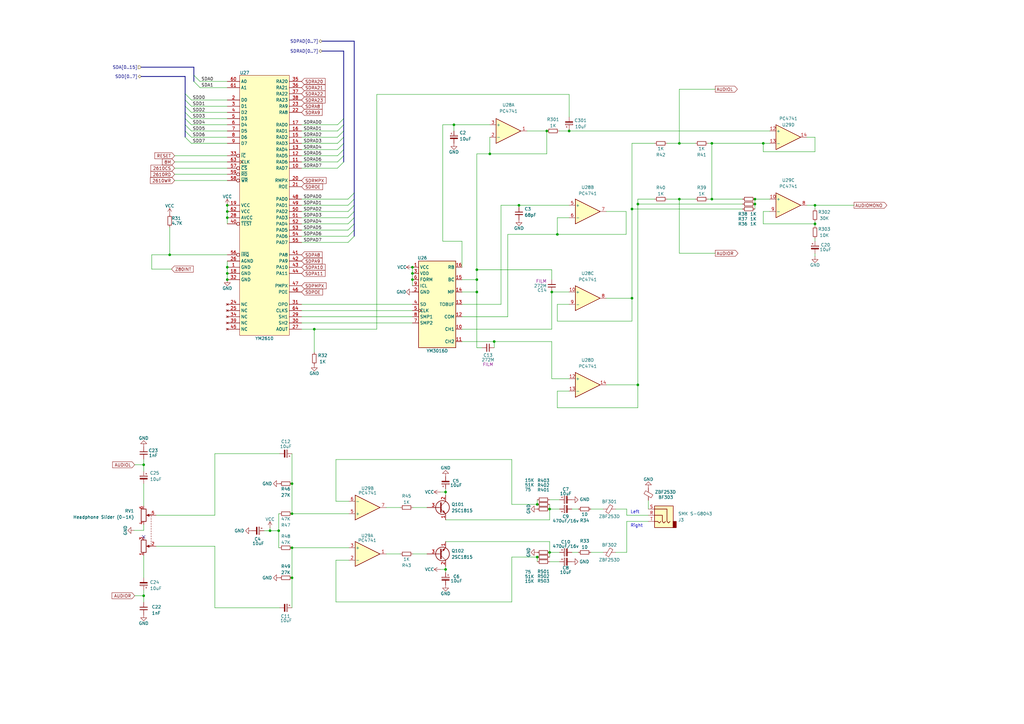
<source format=kicad_sch>
(kicad_sch (version 20230121) (generator eeschema)
  (paper "A3")
  (title_block (title "NeoGeo AES 3-5") (date "2024-01-06") (rev "BF1.4") (company "SNK") (comment 3 "https://github.com/Board-Folk") (comment 4 "Recreated By The Board Folk Team"))
  (junction (at 128.905 135.001))
  (junction (at 119.761 198.374))
  (junction (at 93.218 114.681))
  (junction (at 334.264 84.201))
  (junction (at 278.638 58.801))
  (junction (at 313.055 58.801))
  (junction (at 261.62 83.693))
  (junction (at 169.164 112.141))
  (junction (at 220.345 228.473))
  (junction (at 226.314 119.761))
  (junction (at 225.425 208.788))
  (junction (at 93.218 84.201))
  (junction (at 110.744 217.678))
  (junction (at 195.58 119.761))
  (junction (at 195.58 114.681))
  (junction (at 212.852 84.201))
  (junction (at 200.914 63.119))
  (junction (at 93.218 89.281))
  (junction (at 69.596 104.521))
  (junction (at 119.761 210.693))
  (junction (at 93.218 112.141))
  (junction (at 182.753 201.803))
  (junction (at 202.692 140.081))
  (junction (at 259.207 122.301))
  (junction (at 309.626 83.693))
  (junction (at 58.928 190.627))
  (junction (at 93.218 109.601))
  (junction (at 169.164 109.601))
  (junction (at 114.3 217.678))
  (junction (at 93.218 86.741))
  (junction (at 334.264 91.821))
  (junction (at 261.62 157.861))
  (junction (at 220.345 206.883))
  (junction (at 259.207 85.725))
  (junction (at 225.425 226.568))
  (junction (at 186.182 51.181))
  (junction (at 233.426 53.721))
  (junction (at 291.973 81.661))
  (junction (at 195.58 110.617))
  (junction (at 224.282 53.721))
  (junction (at 278.638 81.661))
  (junction (at 58.928 244.348))
  (junction (at 228.6 96.139))
  (junction (at 291.973 58.801))
  (junction (at 309.626 81.661))
  (junction (at 182.753 233.553))
  (junction (at 169.164 114.681))
  (junction (at 119.761 236.982))
  (junction (at 119.761 224.663))
  (no_connect (at 58.928 220.218))
  (bus_entry (at 140.97 53.721) (size -2.54 2.54))
  (bus_entry (at 140.97 63.881) (size -2.54 2.54))
  (bus_entry (at 145.288 81.661) (size -2.54 2.54))
  (bus_entry (at 145.288 89.281) (size -2.54 2.54))
  (bus_entry (at 75.946 41.021) (size 2.54 2.54))
  (bus_entry (at 79.502 30.861) (size 2.54 2.54))
  (bus_entry (at 75.946 46.101) (size 2.54 2.54))
  (bus_entry (at 75.946 53.721) (size 2.54 2.54))
  (bus_entry (at 75.946 38.481) (size 2.54 2.54))
  (bus_entry (at 140.97 61.341) (size -2.54 2.54))
  (bus_entry (at 75.946 56.261) (size 2.54 2.54))
  (bus_entry (at 79.502 33.401) (size 2.54 2.54))
  (bus_entry (at 140.97 66.421) (size -2.54 2.54))
  (bus_entry (at 145.288 91.821) (size -2.54 2.54))
  (bus_entry (at 145.288 84.201) (size -2.54 2.54))
  (bus_entry (at 140.97 58.801) (size -2.54 2.54))
  (bus_entry (at 75.946 51.181) (size 2.54 2.54))
  (bus_entry (at 75.946 48.641) (size 2.54 2.54))
  (bus_entry (at 140.97 56.261) (size -2.54 2.54))
  (bus_entry (at 145.288 94.361) (size -2.54 2.54))
  (bus_entry (at 145.288 79.121) (size -2.54 2.54))
  (bus_entry (at 140.97 51.181) (size -2.54 2.54))
  (bus_entry (at 145.288 86.741) (size -2.54 2.54))
  (bus_entry (at 140.97 48.641) (size -2.54 2.54))
  (bus_entry (at 75.946 43.561) (size 2.54 2.54))
  (bus_entry (at 145.288 96.901) (size -2.54 2.54))
  (wire (pts (xy 158.369 227.203) (xy 164.211 227.203)))
  (wire (pts (xy 212.852 84.201) (xy 205.486 84.201)))
  (wire (pts (xy 78.486 41.021) (xy 93.218 41.021)))
  (bus (pts (xy 140.97 61.341) (xy 140.97 58.801)))
  (bus (pts (xy 140.97 66.421) (xy 140.97 63.881)))
  (wire (pts (xy 154.559 38.735) (xy 233.426 38.735)))
  (wire (pts (xy 93.218 104.521) (xy 69.596 104.521)))
  (wire (pts (xy 137.795 188.468) (xy 209.931 188.468)))
  (wire (pts (xy 71.628 74.041) (xy 93.218 74.041)))
  (wire (pts (xy 189.484 135.001) (xy 226.314 135.001)))
  (wire (pts (xy 234.569 226.568) (xy 237.236 226.568)))
  (wire (pts (xy 78.486 56.261) (xy 93.218 56.261)))
  (wire (pts (xy 119.761 224.663) (xy 143.129 224.663)))
  (wire (pts (xy 220.345 230.378) (xy 220.345 228.473)))
  (wire (pts (xy 212.852 84.201) (xy 212.852 84.963)))
  (wire (pts (xy 208.28 96.139) (xy 208.28 129.921)))
  (bus (pts (xy 79.502 30.861) (xy 79.502 27.559)))
  (wire (pts (xy 278.638 81.661) (xy 285.242 81.661)))
  (wire (pts (xy 119.761 186.055) (xy 119.761 198.374)))
  (wire (pts (xy 291.973 81.661) (xy 291.973 58.801)))
  (bus (pts (xy 145.288 86.741) (xy 145.288 84.201)))
  (wire (pts (xy 55.245 244.348) (xy 58.928 244.348)))
  (wire (pts (xy 182.753 233.553) (xy 182.753 234.823)))
  (wire (pts (xy 82.042 35.941) (xy 93.218 35.941)))
  (wire (pts (xy 189.484 140.081) (xy 202.692 140.081)))
  (wire (pts (xy 334.264 56.261) (xy 334.264 62.23)))
  (wire (pts (xy 257.048 208.788) (xy 257.048 211.328)))
  (wire (pts (xy 256.794 96.139) (xy 256.794 86.741)))
  (wire (pts (xy 334.264 62.23) (xy 313.055 62.23)))
  (wire (pts (xy 93.218 84.201) (xy 93.218 86.741)))
  (wire (pts (xy 273.558 58.801) (xy 278.638 58.801)))
  (wire (pts (xy 119.761 224.663) (xy 119.761 236.982)))
  (wire (pts (xy 189.484 114.681) (xy 195.58 114.681)))
  (wire (pts (xy 114.681 249.301) (xy 88.138 249.301)))
  (wire (pts (xy 330.962 84.201) (xy 334.264 84.201)))
  (wire (pts (xy 138.43 53.721) (xy 123.698 53.721)))
  (wire (pts (xy 58.928 190.627) (xy 58.928 193.294)))
  (wire (pts (xy 259.207 131.699) (xy 259.207 122.301)))
  (wire (pts (xy 265.938 205.232) (xy 265.938 208.788)))
  (wire (pts (xy 71.628 63.881) (xy 93.218 63.881)))
  (wire (pts (xy 228.6 124.841) (xy 228.6 131.699)))
  (wire (pts (xy 93.218 107.061) (xy 93.218 109.601)))
  (wire (pts (xy 88.138 211.328) (xy 64.008 211.328)))
  (wire (pts (xy 123.698 129.921) (xy 169.164 129.921)))
  (wire (pts (xy 110.744 217.678) (xy 114.3 217.678)))
  (wire (pts (xy 169.291 227.203) (xy 175.133 227.203)))
  (wire (pts (xy 123.698 124.841) (xy 169.164 124.841)))
  (bus (pts (xy 140.97 58.801) (xy 140.97 56.261)))
  (wire (pts (xy 114.681 186.055) (xy 88.138 186.055)))
  (wire (pts (xy 78.486 53.721) (xy 93.218 53.721)))
  (bus (pts (xy 79.502 33.401) (xy 79.502 30.861)))
  (wire (pts (xy 226.314 155.321) (xy 233.426 155.321)))
  (wire (pts (xy 78.486 51.181) (xy 93.218 51.181)))
  (wire (pts (xy 228.6 96.139) (xy 208.28 96.139)))
  (wire (pts (xy 88.138 186.055) (xy 88.138 211.328)))
  (wire (pts (xy 195.58 142.621) (xy 195.58 119.761)))
  (wire (pts (xy 119.761 236.982) (xy 119.761 249.301)))
  (wire (pts (xy 78.486 46.101) (xy 93.218 46.101)))
  (bus (pts (xy 140.97 48.641) (xy 140.97 20.955)))
  (wire (pts (xy 128.905 135.001) (xy 128.905 144.526)))
  (wire (pts (xy 78.486 43.561) (xy 93.218 43.561)))
  (wire (pts (xy 278.638 58.801) (xy 278.638 36.576)))
  (bus (pts (xy 75.946 51.181) (xy 75.946 48.641)))
  (wire (pts (xy 315.722 86.741) (xy 313.055 86.741)))
  (wire (pts (xy 182.753 201.803) (xy 182.753 203.073)))
  (wire (pts (xy 58.928 188.341) (xy 58.928 190.627)))
  (wire (pts (xy 309.626 85.725) (xy 309.626 83.693)))
  (wire (pts (xy 182.753 232.283) (xy 182.753 233.553)))
  (wire (pts (xy 123.698 99.441) (xy 142.748 99.441)))
  (wire (pts (xy 182.753 200.533) (xy 182.753 201.803)))
  (wire (pts (xy 334.264 84.201) (xy 350.266 84.201)))
  (wire (pts (xy 137.795 205.613) (xy 137.795 188.468)))
  (bus (pts (xy 75.946 48.641) (xy 75.946 46.101)))
  (wire (pts (xy 304.546 83.693) (xy 261.62 83.693)))
  (bus (pts (xy 145.288 89.281) (xy 145.288 86.741)))
  (wire (pts (xy 225.425 228.473) (xy 225.425 226.568)))
  (wire (pts (xy 248.666 157.861) (xy 261.62 157.861)))
  (wire (pts (xy 143.129 229.743) (xy 137.795 229.743)))
  (wire (pts (xy 138.43 58.801) (xy 123.698 58.801)))
  (wire (pts (xy 88.138 224.028) (xy 64.008 224.028)))
  (wire (pts (xy 119.761 198.374) (xy 119.761 210.693)))
  (wire (pts (xy 309.626 81.661) (xy 315.722 81.661)))
  (wire (pts (xy 71.628 66.421) (xy 93.218 66.421)))
  (wire (pts (xy 334.264 90.805) (xy 334.264 91.821)))
  (wire (pts (xy 220.345 204.978) (xy 220.345 206.883)))
  (wire (pts (xy 181.61 98.933) (xy 181.61 51.181)))
  (wire (pts (xy 54.991 217.551) (xy 58.928 217.551)))
  (wire (pts (xy 195.58 114.681) (xy 195.58 110.617)))
  (wire (pts (xy 233.426 53.086) (xy 233.426 53.721)))
  (wire (pts (xy 71.628 71.501) (xy 93.218 71.501)))
  (wire (pts (xy 334.264 84.201) (xy 334.264 85.725)))
  (wire (pts (xy 334.264 104.013) (xy 334.264 105.156)))
  (wire (pts (xy 225.425 230.378) (xy 229.489 230.378)))
  (wire (pts (xy 114.681 210.693) (xy 114.3 210.693)))
  (wire (pts (xy 226.314 110.617) (xy 226.314 114.681)))
  (wire (pts (xy 209.931 228.473) (xy 220.345 228.473)))
  (wire (pts (xy 88.138 249.301) (xy 88.138 224.028)))
  (wire (pts (xy 123.698 86.741) (xy 142.748 86.741)))
  (wire (pts (xy 278.638 36.576) (xy 293.37 36.576)))
  (wire (pts (xy 224.282 53.721) (xy 216.154 53.721)))
  (wire (pts (xy 224.282 63.119) (xy 224.282 53.721)))
  (wire (pts (xy 114.3 217.678) (xy 114.3 224.663)))
  (wire (pts (xy 261.62 157.861) (xy 261.62 83.693)))
  (wire (pts (xy 110.744 216.535) (xy 110.744 217.678)))
  (wire (pts (xy 205.486 84.201) (xy 205.486 124.841)))
  (wire (pts (xy 248.666 122.301) (xy 259.207 122.301)))
  (wire (pts (xy 278.638 103.886) (xy 293.37 103.886)))
  (wire (pts (xy 69.596 104.521) (xy 62.23 104.521)))
  (wire (pts (xy 261.62 167.259) (xy 261.62 157.861)))
  (wire (pts (xy 209.931 188.468) (xy 209.931 206.883)))
  (wire (pts (xy 225.425 204.978) (xy 229.489 204.978)))
  (bus (pts (xy 75.946 38.481) (xy 75.946 31.369)))
  (wire (pts (xy 202.692 140.081) (xy 226.314 140.081)))
  (wire (pts (xy 233.426 160.401) (xy 228.6 160.401)))
  (wire (pts (xy 257.048 211.328) (xy 265.938 211.328)))
  (wire (pts (xy 290.322 58.801) (xy 291.973 58.801)))
  (wire (pts (xy 119.761 210.693) (xy 143.129 210.693)))
  (bus (pts (xy 57.912 31.369) (xy 75.946 31.369)))
  (wire (pts (xy 233.426 53.721) (xy 315.722 53.721)))
  (wire (pts (xy 334.264 91.821) (xy 334.264 92.71)))
  (wire (pts (xy 182.753 213.233) (xy 225.425 213.233)))
  (wire (pts (xy 330.962 56.261) (xy 334.264 56.261)))
  (wire (pts (xy 195.58 119.761) (xy 195.58 114.681)))
  (wire (pts (xy 233.426 84.201) (xy 212.852 84.201)))
  (wire (pts (xy 208.28 129.921) (xy 189.484 129.921)))
  (wire (pts (xy 228.6 89.281) (xy 228.6 96.139)))
  (wire (pts (xy 291.973 58.801) (xy 313.055 58.801)))
  (wire (pts (xy 242.316 208.788) (xy 247.396 208.788)))
  (wire (pts (xy 233.426 89.281) (xy 228.6 89.281)))
  (wire (pts (xy 313.055 91.821) (xy 334.264 91.821)))
  (wire (pts (xy 114.3 224.663) (xy 114.681 224.663)))
  (bus (pts (xy 75.946 41.021) (xy 75.946 38.481)))
  (wire (pts (xy 315.722 58.801) (xy 313.055 58.801)))
  (bus (pts (xy 140.97 48.641) (xy 140.97 51.181)))
  (wire (pts (xy 200.914 63.119) (xy 224.282 63.119)))
  (wire (pts (xy 180.594 201.803) (xy 182.753 201.803)))
  (wire (pts (xy 195.58 110.617) (xy 195.58 63.119)))
  (bus (pts (xy 140.97 56.261) (xy 140.97 53.721)))
  (wire (pts (xy 69.596 93.091) (xy 69.596 104.521)))
  (wire (pts (xy 234.569 208.788) (xy 237.236 208.788)))
  (wire (pts (xy 290.322 81.661) (xy 291.973 81.661)))
  (wire (pts (xy 195.58 63.119) (xy 200.914 63.119)))
  (wire (pts (xy 291.973 81.661) (xy 304.546 81.661)))
  (wire (pts (xy 229.362 53.721) (xy 233.426 53.721)))
  (wire (pts (xy 228.6 96.139) (xy 256.794 96.139)))
  (wire (pts (xy 225.425 208.788) (xy 229.489 208.788)))
  (bus (pts (xy 145.288 79.121) (xy 145.288 16.891)))
  (wire (pts (xy 93.218 109.601) (xy 93.218 112.141)))
  (wire (pts (xy 123.698 94.361) (xy 142.748 94.361)))
  (wire (pts (xy 55.245 190.627) (xy 58.928 190.627)))
  (bus (pts (xy 145.288 94.361) (xy 145.288 91.821)))
  (wire (pts (xy 252.476 208.788) (xy 257.048 208.788)))
  (wire (pts (xy 71.628 68.961) (xy 93.218 68.961)))
  (bus (pts (xy 145.288 91.821) (xy 145.288 89.281)))
  (wire (pts (xy 123.698 91.821) (xy 142.748 91.821)))
  (wire (pts (xy 169.164 109.601) (xy 169.164 112.141)))
  (bus (pts (xy 75.946 43.561) (xy 75.946 41.021)))
  (wire (pts (xy 259.207 85.725) (xy 304.546 85.725)))
  (wire (pts (xy 128.905 135.001) (xy 154.559 135.001)))
  (wire (pts (xy 138.43 63.881) (xy 123.698 63.881)))
  (wire (pts (xy 182.753 222.123) (xy 225.425 222.123)))
  (wire (pts (xy 78.486 58.801) (xy 93.218 58.801)))
  (wire (pts (xy 197.612 142.621) (xy 195.58 142.621)))
  (wire (pts (xy 226.314 140.081) (xy 226.314 155.321)))
  (wire (pts (xy 58.928 198.374) (xy 58.928 207.518)))
  (wire (pts (xy 257.048 213.868) (xy 265.938 213.868)))
  (wire (pts (xy 62.23 104.521) (xy 62.23 110.363)))
  (wire (pts (xy 158.369 208.153) (xy 164.211 208.153)))
  (wire (pts (xy 180.594 233.553) (xy 182.753 233.553)))
  (wire (pts (xy 334.264 97.79) (xy 334.264 98.933)))
  (bus (pts (xy 132.08 20.955) (xy 140.97 20.955)))
  (wire (pts (xy 242.316 226.568) (xy 247.396 226.568)))
  (wire (pts (xy 228.6 160.401) (xy 228.6 167.259)))
  (wire (pts (xy 225.425 206.883) (xy 225.425 208.788)))
  (wire (pts (xy 228.6 131.699) (xy 259.207 131.699)))
  (wire (pts (xy 256.794 86.741) (xy 248.666 86.741)))
  (wire (pts (xy 261.62 83.693) (xy 261.62 81.661)))
  (wire (pts (xy 209.931 206.883) (xy 220.345 206.883)))
  (wire (pts (xy 225.425 226.568) (xy 229.489 226.568)))
  (wire (pts (xy 186.182 51.181) (xy 200.914 51.181)))
  (bus (pts (xy 57.912 27.559) (xy 79.502 27.559)))
  (wire (pts (xy 186.182 51.181) (xy 186.182 53.721)))
  (wire (pts (xy 123.698 132.461) (xy 169.164 132.461)))
  (wire (pts (xy 169.164 112.141) (xy 169.164 114.681)))
  (wire (pts (xy 226.314 119.761) (xy 233.426 119.761)))
  (wire (pts (xy 181.61 51.181) (xy 186.182 51.181)))
  (bus (pts (xy 145.288 96.901) (xy 145.288 94.361)))
  (wire (pts (xy 228.6 167.259) (xy 261.62 167.259)))
  (wire (pts (xy 123.698 96.901) (xy 142.748 96.901)))
  (wire (pts (xy 278.638 81.661) (xy 278.638 103.886)))
  (wire (pts (xy 259.207 85.725) (xy 259.207 122.301)))
  (wire (pts (xy 233.426 38.735) (xy 233.426 48.006)))
  (bus (pts (xy 75.946 46.101) (xy 75.946 43.561)))
  (wire (pts (xy 252.476 226.568) (xy 257.048 226.568)))
  (bus (pts (xy 145.288 84.201) (xy 145.288 81.661)))
  (wire (pts (xy 202.692 140.081) (xy 202.692 142.621)))
  (bus (pts (xy 145.288 79.121) (xy 145.288 81.661)))
  (wire (pts (xy 259.207 58.801) (xy 268.478 58.801)))
  (wire (pts (xy 169.291 208.153) (xy 175.133 208.153)))
  (wire (pts (xy 93.218 89.281) (xy 93.218 91.821)))
  (wire (pts (xy 225.425 208.788) (xy 225.425 213.233)))
  (wire (pts (xy 233.426 124.841) (xy 228.6 124.841)))
  (wire (pts (xy 82.042 33.401) (xy 93.218 33.401)))
  (wire (pts (xy 226.314 110.617) (xy 195.58 110.617)))
  (wire (pts (xy 62.23 110.363) (xy 70.358 110.363)))
  (wire (pts (xy 200.914 56.261) (xy 200.914 63.119)))
  (wire (pts (xy 169.164 114.681) (xy 169.164 117.221)))
  (wire (pts (xy 114.3 210.693) (xy 114.3 217.678)))
  (wire (pts (xy 78.486 48.641) (xy 93.218 48.641)))
  (wire (pts (xy 209.931 246.888) (xy 209.931 228.473)))
  (wire (pts (xy 143.129 205.613) (xy 137.795 205.613)))
  (wire (pts (xy 313.055 86.741) (xy 313.055 91.821)))
  (wire (pts (xy 58.928 244.348) (xy 58.928 247.015)))
  (wire (pts (xy 138.43 51.181) (xy 123.698 51.181)))
  (wire (pts (xy 108.331 217.678) (xy 110.744 217.678)))
  (wire (pts (xy 226.314 135.001) (xy 226.314 119.761)))
  (wire (pts (xy 189.484 98.933) (xy 181.61 98.933)))
  (wire (pts (xy 154.559 135.001) (xy 154.559 38.735)))
  (wire (pts (xy 123.698 135.001) (xy 128.905 135.001)))
  (wire (pts (xy 189.484 119.761) (xy 195.58 119.761)))
  (wire (pts (xy 138.43 68.961) (xy 123.698 68.961)))
  (wire (pts (xy 309.626 83.693) (xy 309.626 81.661)))
  (wire (pts (xy 138.43 56.261) (xy 123.698 56.261)))
  (wire (pts (xy 138.43 66.421) (xy 123.698 66.421)))
  (wire (pts (xy 58.928 215.138) (xy 58.928 217.551)))
  (wire (pts (xy 93.218 86.741) (xy 93.218 89.281)))
  (wire (pts (xy 123.698 81.661) (xy 142.748 81.661)))
  (wire (pts (xy 273.558 81.661) (xy 278.638 81.661)))
  (bus (pts (xy 140.97 53.721) (xy 140.97 51.181)))
  (bus (pts (xy 140.97 63.881) (xy 140.97 61.341)))
  (wire (pts (xy 189.484 109.601) (xy 189.484 98.933)))
  (wire (pts (xy 313.055 62.23) (xy 313.055 58.801)))
  (bus (pts (xy 75.946 56.261) (xy 75.946 53.721)))
  (wire (pts (xy 278.638 58.801) (xy 285.242 58.801)))
  (wire (pts (xy 225.425 226.568) (xy 225.425 222.123)))
  (wire (pts (xy 58.928 242.062) (xy 58.928 244.348)))
  (wire (pts (xy 259.207 58.801) (xy 259.207 85.725)))
  (bus (pts (xy 75.946 53.721) (xy 75.946 51.181)))
  (wire (pts (xy 257.048 226.568) (xy 257.048 213.868)))
  (wire (pts (xy 123.698 127.381) (xy 169.164 127.381)))
  (wire (pts (xy 138.43 61.341) (xy 123.698 61.341)))
  (wire (pts (xy 137.795 246.888) (xy 209.931 246.888)))
  (wire (pts (xy 137.795 229.743) (xy 137.795 246.888)))
  (bus (pts (xy 132.08 16.891) (xy 145.288 16.891)))
  (wire (pts (xy 205.486 124.841) (xy 189.484 124.841)))
  (wire (pts (xy 123.698 89.281) (xy 142.748 89.281)))
  (wire (pts (xy 261.62 81.661) (xy 268.478 81.661)))
  (wire (pts (xy 58.928 227.838) (xy 58.928 236.982)))
  (wire (pts (xy 123.698 84.201) (xy 142.748 84.201)))
  (wire (pts (xy 93.218 112.141) (xy 93.218 114.681)))
  (text "Right" (at 258.572 216.408 0) (effects (font (size 1.27 1.27)) (justify left bottom)))
  (text "Left" (at 258.572 210.82 0) (effects (font (size 1.27 1.27)) (justify left bottom)))
  (label "SDPAD3" (at 124.46 89.281 0))
  (label "SDRAD6" (at 124.46 66.421 0))
  (label "SDRAD1" (at 124.46 53.721 0))
  (label "SDRAD4" (at 124.46 61.341 0))
  (label "SDRAD5" (at 124.46 63.881 0))
  (label "SDA1" (at 82.55 35.941 0))
  (label "SDRAD3" (at 124.46 58.801 0))
  (label "SDD0" (at 78.994 41.021 0))
  (label "SDPAD7" (at 124.46 99.441 0))
  (label "SDD3" (at 78.994 48.641 0))
  (label "SDPAD5" (at 124.46 94.361 0))
  (label "SDD2" (at 78.994 46.101 0))
  (label "SDA0" (at 82.55 33.401 0))
  (label "SDRAD2" (at 124.46 56.261 0))
  (label "SDRAD0" (at 124.46 51.181 0))
  (label "SDD7" (at 78.994 58.801 0))
  (label "SDPAD6" (at 124.46 96.901 0))
  (label "SDPAD4" (at 124.46 91.821 0))
  (label "SDD5" (at 78.994 53.721 0))
  (label "SDPAD2" (at 124.46 86.741 0))
  (label "SDRAD7" (at 124.46 68.961 0))
  (label "SDPAD1" (at 124.46 84.201 0))
  (label "SDD4" (at 78.994 51.181 0))
  (label "SDD1" (at 78.994 43.561 0))
  (label "SDD6" (at 78.994 56.261 0))
  (label "SDPAD0" (at 124.46 81.661 0))
  (global_label "SDPMPX" (shape input) (at 123.698 117.221 0) (property "Intersheetrefs" "${INTERSHEET_REFS}" (effects hide)))
  (global_label "RESET" (shape input) (at 71.628 63.881 180) (property "Intersheetrefs" "${INTERSHEET_REFS}" (effects hide)))
  (global_label "SDRA20" (shape input) (at 123.698 33.401 0) (property "Intersheetrefs" "${INTERSHEET_REFS}" (effects hide)))
  (global_label "SDPA11" (shape input) (at 123.698 112.141 0) (property "Intersheetrefs" "${INTERSHEET_REFS}" (effects hide)))
  (global_label "AUDIOR" (shape input) (at 55.245 244.348 180) (property "Intersheetrefs" "${INTERSHEET_REFS}" (effects hide)))
  (global_label "SDPA9" (shape input) (at 123.698 107.061 0) (property "Intersheetrefs" "${INTERSHEET_REFS}" (effects hide)))
  (global_label "AUDIOL" (shape output) (at 293.37 36.576 0) (property "Intersheetrefs" "${INTERSHEET_REFS}" (effects hide)))
  (global_label "2610RD" (shape input) (at 71.628 71.501 180) (property "Intersheetrefs" "${INTERSHEET_REFS}" (effects hide)))
  (global_label "AUDIOR" (shape output) (at 293.37 103.886 0) (property "Intersheetrefs" "${INTERSHEET_REFS}" (effects hide)))
  (global_label "SDRA23" (shape input) (at 123.698 41.021 0) (property "Intersheetrefs" "${INTERSHEET_REFS}" (effects hide)))
  (global_label "8M" (shape input) (at 71.628 66.421 180) (property "Intersheetrefs" "${INTERSHEET_REFS}" (effects hide)))
  (global_label "SDRMPX" (shape input) (at 123.698 74.041 0) (property "Intersheetrefs" "${INTERSHEET_REFS}" (effects hide)))
  (global_label "2610CS" (shape input) (at 71.628 68.961 180) (property "Intersheetrefs" "${INTERSHEET_REFS}" (effects hide)))
  (global_label "AUDIOMONO" (shape output) (at 350.266 84.201 0) (property "Intersheetrefs" "${INTERSHEET_REFS}" (effects hide)))
  (global_label "SDROE" (shape input) (at 123.698 76.581 0) (property "Intersheetrefs" "${INTERSHEET_REFS}" (effects hide)))
  (global_label "SDRA9" (shape input) (at 123.698 46.101 0) (property "Intersheetrefs" "${INTERSHEET_REFS}" (effects hide)))
  (global_label "SDRA21" (shape input) (at 123.698 35.941 0) (property "Intersheetrefs" "${INTERSHEET_REFS}" (effects hide)))
  (global_label "2610WR" (shape input) (at 71.628 74.041 180) (property "Intersheetrefs" "${INTERSHEET_REFS}" (effects hide)))
  (global_label "Z80INT" (shape input) (at 70.358 110.363 0) (property "Intersheetrefs" "${INTERSHEET_REFS}" (effects hide)))
  (global_label "SDRA8" (shape input) (at 123.698 43.561 0) (property "Intersheetrefs" "${INTERSHEET_REFS}" (effects hide)))
  (global_label "SDPA8" (shape input) (at 123.698 104.521 0) (property "Intersheetrefs" "${INTERSHEET_REFS}" (effects hide)))
  (global_label "SDPA10" (shape input) (at 123.698 109.601 0) (property "Intersheetrefs" "${INTERSHEET_REFS}" (effects hide)))
  (global_label "AUDIOL" (shape input) (at 55.245 190.627 180) (property "Intersheetrefs" "${INTERSHEET_REFS}" (effects hide)))
  (global_label "SDRA22" (shape input) (at 123.698 38.481 0) (property "Intersheetrefs" "${INTERSHEET_REFS}" (effects hide)))
  (global_label "SDPOE" (shape input) (at 123.698 119.761 0) (property "Intersheetrefs" "${INTERSHEET_REFS}" (effects hide)))
  (hierarchical_label "SDRAD[0..7]" (shape bidirectional) (at 132.08 20.955 180))
  (hierarchical_label "SDA[0..15]" (shape input) (at 57.912 27.559 180))
  (hierarchical_label "SDD[0..7]" (shape bidirectional) (at 57.912 31.369 180))
  (hierarchical_label "SDPAD[0..7]" (shape bidirectional) (at 132.08 16.891 180))
  (symbol (lib_id "Device:R_Small") (at 166.751 208.153 90) (unit 1)
    (property "Reference" "R45" (at 166.751 203.454 90))
    (property "Value" "1K" (at 166.751 205.994 90))
    (property "Footprint" "1_NeoGeoLibrary:Resistor1-5mm" (effects hide))
    (property "Mouser" "594-5063JD1K000FT" (effects hide))
  )
  (symbol (lib_id "Device:C_Polarized_Small") (at 232.029 208.788 90) (unit 1)
    (property "Reference" "C9" (at 232.029 211.836 90))
    (property "Value" "470uF/16v" (at 232.029 213.614 90))
    (property "Footprint" "1_NeoGeoLibrary:CAP1-5mm" (effects hide))
    (property "Mouser" "647-UVR1C471MPD1TA" (effects hide))
  )
  (symbol (lib_id "Device:C_Small") (at 200.152 142.621 270) (unit 1)
    (property "Reference" "C13" (at 200.152 145.669 90))
    (property "Value" "272M" (at 200.152 147.574 90))
    (property "Footprint" "1_NeoGeoLibrary:CAP3-5mm" (effects hide))
    (property "Type" "FILM" (at 200.152 149.479 90))
    (property "Mouser" "80-MMK5272K63J01TA18" (effects hide))
  )
  (symbol (lib_id "Device:R_Small") (at 334.264 95.25 0) (unit 1)
    (property "Reference" "R303" (at 338.074 93.98 0))
    (property "Value" "10K" (at 338.074 96.52 0))
    (property "Footprint" "1_NeoGeoLibrary:Resistor1-5mm" (effects hide))
    (property "Mouser" "594-5063JD10K1%TR" (effects hide))
  )
  (symbol (lib_id "power:GND") (at 220.345 208.788 270) (mirror x) (unit 1)
    (property "Reference" "#PWR0191" (effects hide))
    (property "Value" "GND" (at 216.789 208.788 0))
  )
  (symbol (lib_id "Amplifier_Operational:LM324") (at 323.342 56.261 0) (unit 4)
    (property "Reference" "U29" (at 323.342 51.181 0))
    (property "Value" "PC4741" (at 323.342 48.641 0))
    (property "Footprint" "1_NeoGeoLibrary:DIP-14_W7.62mm" (effects hide))
    (property "Datasheet" "http://www.ti.com/lit/ds/symlink/lm2902-n.pdf" (effects hide))
    (property "Comment" "Use Original" (effects hide))
  )
  (symbol (lib_id "Device:C_Polarized_Small") (at 334.264 101.473 0) (unit 1)
    (property "Reference" "C20" (at 338.582 100.457 0))
    (property "Value" "10uF" (at 338.582 102.362 0))
    (property "Footprint" "1_NeoGeoLibrary:CAP2-2.5mm" (effects hide))
    (property "Mouser" "667-ECA-1CM100I" (effects hide))
  )
  (symbol (lib_id "power:GND") (at 186.182 58.801 0) (unit 1)
    (property "Reference" "#PWR0185" (effects hide))
    (property "Value" "GND" (at 186.182 62.357 0))
  )
  (symbol (lib_id "power:GND") (at 334.264 105.156 0) (unit 1)
    (property "Reference" "#PWR0201" (effects hide))
    (property "Value" "GND" (at 334.264 108.712 0))
  )
  (symbol (lib_id "Device:R_Small") (at 166.751 227.203 90) (mirror x) (unit 1)
    (property "Reference" "R43" (at 166.751 231.902 90))
    (property "Value" "1K" (at 166.751 229.362 90))
    (property "Footprint" "1_NeoGeoLibrary:Resistor1-5mm" (effects hide))
    (property "Mouser" "594-5063JD1K000FT" (effects hide))
  )
  (symbol (lib_id "Device:FerriteBead_Small") (at 265.938 202.692 180) (unit 1)
    (property "Reference" "BF303" (at 273.05 203.962 0))
    (property "Value" "ZBF253D" (at 272.923 201.803 0))
    (property "Footprint" "1_NeoGeoLibrary:BF-2.5mm" (effects hide))
    (property "Mouser" "80-B-06-R-25" (effects hide))
  )
  (symbol (lib_id "Device:R_Small") (at 222.885 206.883 270) (mirror x) (unit 1)
    (property "Reference" "R402" (at 222.885 199.009 90))
    (property "Value" "51K" (at 217.17 198.882 90))
    (property "Footprint" "1_NeoGeoLibrary:Resistor1-5mm" (effects hide))
    (property "Mouser" "594-5063JD51K00F" (effects hide))
  )
  (symbol (lib_id "power:VCC") (at 93.218 84.201 0) (unit 1)
    (property "Reference" "#PWR0183" (effects hide))
    (property "Value" "VCC" (at 93.218 80.645 0))
  )
  (symbol (lib_id "power:GND") (at 114.681 236.982 270) (mirror x) (unit 1)
    (property "Reference" "#PWR0204" (effects hide))
    (property "Value" "GND" (at 109.601 236.982 90))
  )
  (symbol (lib_id "Amplifier_Operational:LM324") (at 208.534 53.721 0) (unit 1)
    (property "Reference" "U28" (at 208.534 43.053 0))
    (property "Value" "PC4741" (at 208.534 45.593 0))
    (property "Footprint" "1_NeoGeoLibrary:DIP-14_W7.62mm" (effects hide))
    (property "Datasheet" "http://www.ti.com/lit/ds/symlink/lm2902-n.pdf" (effects hide))
    (property "Comment" "Use Original" (effects hide))
  )
  (symbol (lib_id "Device:C_Polarized_Small") (at 105.791 217.678 270) (unit 1)
    (property "Reference" "C4" (at 105.664 221.107 90))
    (property "Value" "10uF" (at 105.918 222.885 90))
    (property "Footprint" "1_NeoGeoLibrary:CAP2-2.5mm" (effects hide))
    (property "Mouser" "667-ECA-1CM100I" (effects hide))
  )
  (symbol (lib_id "Device:C_Polarized_Small") (at 58.928 239.522 180) (unit 1)
    (property "Reference" "C24" (at 61.468 238.798 0) (effects (justify right)))
    (property "Value" "10uF" (at 61.468 241.338 0) (effects (justify right)))
    (property "Footprint" "1_NeoGeoLibrary:CAP2-2.5mm" (effects hide))
    (property "Mouser" "667-ECA-1CM100I" (effects hide))
  )
  (symbol (lib_id "Transistor_BJT:2SC1815") (at 180.213 208.153 0) (unit 1)
    (property "Reference" "Q101" (at 185.166 206.8829 0) (effects (justify left)))
    (property "Value" "2SC1815" (at 185.166 209.4229 0) (effects (justify left)))
    (property "Footprint" "1_NeoGeoLibrary:Transistor" (effects hide))
    (property "Datasheet" "https://media.digikey.com/pdf/Data%20Sheets/Toshiba%20PDFs/2SC1815.pdf" (effects hide))
    (property "Mouser" "610-2SC1815" (effects hide))
  )
  (symbol (lib_id "Device:R_Small") (at 307.086 81.661 90) (mirror x) (unit 1)
    (property "Reference" "R38" (at 304.673 87.757 90))
    (property "Value" "1K" (at 308.991 87.757 90))
    (property "Footprint" "1_NeoGeoLibrary:Resistor1-5mm" (effects hide))
    (property "Mouser" "594-5063JD1K000FT" (effects hide))
  )
  (symbol (lib_id "Amplifier_Operational:LM324") (at 241.046 86.741 0) (unit 2)
    (property "Reference" "U28" (at 241.046 76.835 0))
    (property "Value" "PC4741" (at 241.046 79.375 0))
    (property "Footprint" "1_NeoGeoLibrary:DIP-14_W7.62mm" (effects hide))
    (property "Datasheet" "http://www.ti.com/lit/ds/symlink/lm2902-n.pdf" (effects hide))
    (property "Comment" "Use Original" (effects hide))
  )
  (symbol (lib_id "Device:R_Small") (at 222.885 230.378 270) (unit 1)
    (property "Reference" "R503" (at 222.885 238.252 90))
    (property "Value" "15K" (at 217.17 238.379 90))
    (property "Footprint" "1_NeoGeoLibrary:Resistor1-5mm" (effects hide))
    (property "Mouser" "594-5063JD15K00F5" (effects hide))
  )
  (symbol (lib_id "power:GND") (at 54.991 217.551 270) (unit 1)
    (property "Reference" "#PWR0269" (effects hide))
    (property "Value" "GND" (at 51.435 217.551 0))
  )
  (symbol (lib_id "Transistor_BJT:2SC1815") (at 180.213 227.203 0) (mirror x) (unit 1)
    (property "Reference" "Q102" (at 185.166 225.9329 0) (effects (justify left)))
    (property "Value" "2SC1815" (at 185.166 228.4729 0) (effects (justify left)))
    (property "Footprint" "1_NeoGeoLibrary:Transistor" (effects hide))
    (property "Datasheet" "https://media.digikey.com/pdf/Data%20Sheets/Toshiba%20PDFs/2SC1815.pdf" (effects hide))
    (property "Mouser" "610-2SC1815" (effects hide))
  )
  (symbol (lib_id "Device:C_Polarized_Small") (at 232.029 230.378 90) (mirror x) (unit 1)
    (property "Reference" "C8" (at 232.029 232.918 90))
    (property "Value" "10uF" (at 232.029 234.696 90))
    (property "Footprint" "1_NeoGeoLibrary:CAP2-2.5mm" (effects hide))
    (property "Mouser" "667-ECA-1CM100I" (effects hide))
  )
  (symbol (lib_id "power:VCC") (at 110.744 216.535 0) (unit 1)
    (property "Reference" "#PWR0189" (effects hide))
    (property "Value" "VCC" (at 110.744 212.979 0))
  )
  (symbol (lib_id "Device:R_Small") (at 307.086 83.693 90) (mirror x) (unit 1)
    (property "Reference" "R37" (at 304.673 89.789 90))
    (property "Value" "1K" (at 308.991 89.789 90))
    (property "Footprint" "1_NeoGeoLibrary:Resistor1-5mm" (effects hide))
    (property "Mouser" "594-5063JD1K000FT" (effects hide))
  )
  (symbol (lib_id "Device:R_Small") (at 117.221 210.693 90) (mirror x) (unit 1)
    (property "Reference" "R47" (at 117.221 215.392 90))
    (property "Value" "47K" (at 117.221 212.852 90))
    (property "Footprint" "1_NeoGeoLibrary:Resistor1-5mm" (effects hide))
    (property "Mouser" "594-5063JD47K00FT" (effects hide))
  )
  (symbol (lib_id "power:GND") (at 265.938 200.152 180) (unit 1)
    (property "Reference" "#PWR0193" (effects hide))
    (property "Value" "GND" (at 265.938 196.596 0))
  )
  (symbol (lib_id "power:GND") (at 58.928 252.095 0) (unit 1)
    (property "Reference" "#PWR0199" (effects hide))
    (property "Value" "GND" (at 58.928 255.651 0))
  )
  (symbol (lib_id "Amplifier_Operational:LM324") (at 150.749 208.153 0) (mirror x) (unit 2)
    (property "Reference" "U29" (at 150.749 200.279 0))
    (property "Value" "PC4741" (at 150.749 202.184 0))
    (property "Footprint" "1_NeoGeoLibrary:DIP-14_W7.62mm" (effects hide))
    (property "Datasheet" "http://www.ti.com/lit/ds/symlink/lm2902-n.pdf" (effects hide))
    (property "Comment" "Use Original" (effects hide))
  )
  (symbol (lib_id "Device:R_Potentiometer_Dual") (at 61.468 217.678 270) (mirror x) (unit 1)
    (property "Reference" "RV1" (at 54.991 209.55 90) (effects (justify right)))
    (property "Value" "Headphone Slider (0-1K)" (at 54.991 212.09 90) (effects (justify right)))
    (property "Footprint" "1_NeoGeoLibrary:RV1" (effects hide))
    (property "Comment" "Use Original" (effects hide))
    (property "Alternative" "Alps Alpine RS20H12AC002" (effects hide))
  )
  (symbol (lib_id "Device:R_Small") (at 271.018 58.801 90) (mirror x) (unit 1)
    (property "Reference" "R42" (at 271.018 63.5 90))
    (property "Value" "1K" (at 271.018 60.96 90))
    (property "Footprint" "1_NeoGeoLibrary:Resistor1-5mm" (effects hide))
    (property "Mouser" "594-5063JD1K000FT" (effects hide))
  )
  (symbol (lib_id "Device:C_Polarized_Small") (at 186.182 56.261 0) (unit 1)
    (property "Reference" "C2" (at 188.468 54.4448 0) (effects (justify left)))
    (property "Value" "10uF" (at 188.468 56.9848 0) (effects (justify left)))
    (property "Footprint" "1_NeoGeoLibrary:CAP2-2.5mm" (effects hide))
    (property "Mouser" "667-ECA-1CM100I" (effects hide))
  )
  (symbol (lib_id "Device:R_Small") (at 117.221 198.374 90) (mirror x) (unit 1)
    (property "Reference" "R46" (at 117.221 200.533 90))
    (property "Value" "27K" (at 117.221 203.073 90))
    (property "Footprint" "1_NeoGeoLibrary:Resistor1-5mm" (effects hide))
    (property "Mouser" "594-5063JD27K00FT" (effects hide))
  )
  (symbol (lib_id "Device:FerriteBead_Small") (at 249.936 208.788 90) (unit 1)
    (property "Reference" "BF301" (at 249.936 205.74 90))
    (property "Value" "ZBF253D" (at 249.936 211.836 90))
    (property "Footprint" "1_NeoGeoLibrary:BF-2.5mm" (effects hide))
    (property "Mouser" "80-B-06-R-25" (effects hide))
  )
  (symbol (lib_id "power:GND") (at 220.345 226.568 270) (unit 1)
    (property "Reference" "#PWR0190" (effects hide))
    (property "Value" "GND" (at 216.789 226.568 0))
  )
  (symbol (lib_id "Device:R_Small") (at 239.776 226.568 90) (unit 1)
    (property "Reference" "R33" (at 239.776 221.869 90))
    (property "Value" "10" (at 239.776 224.409 90))
    (property "Footprint" "1_NeoGeoLibrary:R76" (effects hide))
    (property "Mouser" "594-5063JD10R00FT" (effects hide))
  )
  (symbol (lib_id "Device:C_Polarized_Small") (at 117.221 249.301 270) (unit 1)
    (property "Reference" "C11" (at 117.094 252.73 90))
    (property "Value" "10uF" (at 117.348 254.508 90))
    (property "Footprint" "1_NeoGeoLibrary:CAP2-2.5mm" (effects hide))
    (property "Mouser" "667-ECA-1CM100I" (effects hide))
  )
  (symbol (lib_id "Device:R_Small") (at 239.776 208.788 90) (mirror x) (unit 1)
    (property "Reference" "R34" (at 239.776 213.487 90))
    (property "Value" "10" (at 239.776 210.947 90))
    (property "Footprint" "1_NeoGeoLibrary:R76" (effects hide))
    (property "Mouser" "594-5063JD10R00FT" (effects hide))
  )
  (symbol (lib_id "Device:C_Polarized_Small") (at 117.221 186.055 270) (mirror x) (unit 1)
    (property "Reference" "C12" (at 117.221 181.102 90))
    (property "Value" "10uF" (at 117.221 183.134 90))
    (property "Footprint" "1_NeoGeoLibrary:CAP2-2.5mm" (effects hide))
    (property "Mouser" "667-ECA-1CM100I" (effects hide))
  )
  (symbol (lib_id "power:VCC") (at 180.594 233.553 90) (unit 1)
    (property "Reference" "#PWR0198" (effects hide))
    (property "Value" "VCC" (at 176.149 233.553 90))
  )
  (symbol (lib_id "power:GND") (at 182.753 239.903 0) (unit 1)
    (property "Reference" "#PWR0197" (effects hide))
    (property "Value" "GND" (at 182.753 243.459 0))
  )
  (symbol (lib_id "Device:R_Small") (at 222.885 226.568 270) (unit 1)
    (property "Reference" "R501" (at 222.885 234.442 90))
    (property "Value" "75" (at 216.535 234.569 90))
    (property "Footprint" "1_NeoGeoLibrary:Resistor1-5mm" (effects hide))
    (property "Mouser" "594-5063JD75R00FT" (effects hide))
  )
  (symbol (lib_id "Device:C_Polarized_Small") (at 182.753 197.993 0) (mirror x) (unit 1)
    (property "Reference" "C5" (at 186.944 197.231 0))
    (property "Value" "10uF" (at 187.071 199.009 0))
    (property "Footprint" "1_NeoGeoLibrary:CAP2-2.5mm" (effects hide))
    (property "Mouser" "667-ECA-1CM100I" (effects hide))
  )
  (symbol (lib_id "Amplifier_Operational:LM324") (at 241.046 122.301 0) (unit 3)
    (property "Reference" "U28" (at 241.046 112.141 0))
    (property "Value" "PC4741" (at 241.046 114.681 0))
    (property "Footprint" "1_NeoGeoLibrary:DIP-14_W7.62mm" (effects hide))
    (property "Datasheet" "http://www.ti.com/lit/ds/symlink/lm2902-n.pdf" (effects hide))
    (property "Comment" "Use Original" (effects hide))
  )
  (symbol (lib_id "Device:R_Small") (at 271.018 81.661 90) (unit 1)
    (property "Reference" "R40" (at 271.018 76.962 90))
    (property "Value" "1K" (at 271.018 79.502 90))
    (property "Footprint" "1_NeoGeoLibrary:Resistor1-5mm" (effects hide))
    (property "Mouser" "594-5063JD1K000FT" (effects hide))
  )
  (symbol (lib_id "Device:R_Small") (at 69.596 90.551 0) (unit 1)
    (property "Reference" "R31" (at 70.358 89.535 0) (effects (justify left)))
    (property "Value" "4.7K" (at 70.358 91.567 0) (effects (justify left)))
    (property "Footprint" "1_NeoGeoLibrary:Resistor1-5mm" (effects hide))
    (property "Mouser" "594-5063JD4K700F5" (effects hide))
  )
  (symbol (lib_id "1_NeoGeoLibrary:YM3016D") (at 179.324 132.461 0) (unit 1)
    (property "Reference" "U26" (at 173.228 105.791 0))
    (property "Value" "YM3016D" (at 179.324 143.891 0))
    (property "Footprint" "1_NeoGeoLibrary:DIP-16_W7.62mm" (effects hide))
    (property "Comment" "Use Original" (effects hide))
  )
  (symbol (lib_id "Device:R_Small") (at 287.782 81.661 90) (unit 1)
    (property "Reference" "R39" (at 287.782 76.962 90))
    (property "Value" "1K" (at 287.782 79.502 90))
    (property "Footprint" "1_NeoGeoLibrary:Resistor1-5mm" (effects hide))
    (property "Mouser" "594-5063JD1K000FT" (effects hide))
  )
  (symbol (lib_id "Device:C_Polarized_Small") (at 232.029 226.568 90) (mirror x) (unit 1)
    (property "Reference" "C10" (at 232.029 222.25 90))
    (property "Value" "470uF/16v" (at 232.029 224.028 90))
    (property "Footprint" "1_NeoGeoLibrary:CAP1-5mm" (effects hide))
    (property "Mouser" "647-UVR1C471MPD1TA" (effects hide))
  )
  (symbol (lib_id "power:GND") (at 103.251 217.678 270) (mirror x) (unit 1)
    (property "Reference" "#PWR0202" (effects hide))
    (property "Value" "GND" (at 98.171 217.678 90))
  )
  (symbol (lib_id "Amplifier_Operational:LM324") (at 323.342 84.201 0) (unit 3)
    (property "Reference" "U29" (at 323.342 73.914 0))
    (property "Value" "PC4741" (at 323.342 76.454 0))
    (property "Footprint" "1_NeoGeoLibrary:DIP-14_W7.62mm" (effects hide))
    (property "Datasheet" "http://www.ti.com/lit/ds/symlink/lm2902-n.pdf" (effects hide))
    (property "Comment" "Use Original" (effects hide))
  )
  (symbol (lib_id "Device:C_Polarized_Small") (at 233.426 50.546 0) (mirror x) (unit 1)
    (property "Reference" "C301" (at 240.665 49.403 0) (effects (justify right)))
    (property "Value" "10uF" (at 240.665 51.943 0) (effects (justify right)))
    (property "Footprint" "1_NeoGeoLibrary:CAP2-2.5mm" (effects hide))
    (property "Mouser" "667-ECA-1CM100I" (effects hide))
  )
  (symbol (lib_id "Device:C_Polarized_Small") (at 182.753 237.363 0) (mirror y) (unit 1)
    (property "Reference" "C6" (at 187.198 236.474 0))
    (property "Value" "10uF" (at 187.198 238.252 0))
    (property "Footprint" "1_NeoGeoLibrary:CAP2-2.5mm" (effects hide))
    (property "Mouser" "667-ECA-1CM100I" (effects hide))
  )
  (symbol (lib_id "power:GND") (at 93.218 114.681 0) (unit 1)
    (property "Reference" "#PWR0182" (effects hide))
    (property "Value" "GND" (at 93.218 118.237 0))
  )
  (symbol (lib_id "power:GND") (at 182.753 195.453 180) (unit 1)
    (property "Reference" "#PWR0195" (effects hide))
    (property "Value" "GND" (at 182.753 191.897 0))
  )
  (symbol (lib_id "Device:R_Small") (at 287.782 58.801 90) (mirror x) (unit 1)
    (property "Reference" "R41" (at 287.782 63.5 90))
    (property "Value" "1K" (at 287.782 60.96 90))
    (property "Footprint" "1_NeoGeoLibrary:Resistor1-5mm" (effects hide))
    (property "Mouser" "594-5063JD1K000FT" (effects hide))
  )
  (symbol (lib_id "Device:R_Small") (at 117.221 224.663 270) (mirror x) (unit 1)
    (property "Reference" "R48" (at 117.221 219.964 90))
    (property "Value" "47K" (at 117.221 222.504 90))
    (property "Footprint" "1_NeoGeoLibrary:Resistor1-5mm" (effects hide))
    (property "Mouser" "594-5063JD47K00FT" (effects hide))
  )
  (symbol (lib_id "power:VCC") (at 69.596 88.011 0) (unit 1)
    (property "Reference" "#PWR0184" (effects hide))
    (property "Value" "VCC" (at 69.596 84.455 0))
  )
  (symbol (lib_id "power:GND") (at 234.569 230.378 90) (unit 1)
    (property "Reference" "#PWR0194" (effects hide))
    (property "Value" "GND" (at 239.649 230.378 90))
  )
  (symbol (lib_id "Amplifier_Operational:LM324") (at 150.749 227.203 0) (unit 1)
    (property "Reference" "U29" (at 150.622 219.71 0))
    (property "Value" "PC4741" (at 150.622 221.615 0))
    (property "Footprint" "1_NeoGeoLibrary:DIP-14_W7.62mm" (effects hide))
    (property "Datasheet" "http://www.ti.com/lit/ds/symlink/lm2902-n.pdf" (effects hide))
    (property "Comment" "Use Original" (effects hide))
  )
  (symbol (lib_id "Device:R_Small") (at 222.885 204.978 270) (mirror x) (unit 1)
    (property "Reference" "R403" (at 222.885 197.104 90))
    (property "Value" "15K" (at 217.17 196.977 90))
    (property "Footprint" "1_NeoGeoLibrary:Resistor1-5mm" (effects hide))
    (property "Mouser" "594-5063JD15K00F5" (effects hide))
  )
  (symbol (lib_id "Amplifier_Operational:LM324") (at 241.046 157.861 0) (unit 4)
    (property "Reference" "U28" (at 241.046 147.701 0))
    (property "Value" "PC4741" (at 241.046 150.241 0))
    (property "Footprint" "1_NeoGeoLibrary:DIP-14_W7.62mm" (effects hide))
    (property "Datasheet" "http://www.ti.com/lit/ds/symlink/lm2902-n.pdf" (effects hide))
    (property "Comment" "Use Original" (effects hide))
  )
  (symbol (lib_id "Device:R_Small") (at 222.885 228.473 270) (unit 1)
    (property "Reference" "R502" (at 222.885 236.347 90))
    (property "Value" "51K" (at 217.17 236.474 90))
    (property "Footprint" "1_NeoGeoLibrary:Resistor1-5mm" (effects hide))
    (property "Mouser" "594-5063JD51K00F" (effects hide))
  )
  (symbol (lib_id "power:GND") (at 169.164 119.761 270) (unit 1)
    (property "Reference" "#PWR0186" (effects hide))
    (property "Value" "GND" (at 164.592 119.761 90))
  )
  (symbol (lib_id "power:VCC") (at 169.164 109.601 90) (unit 1)
    (property "Reference" "#PWR0187" (effects hide))
    (property "Value" "VCC" (at 164.846 109.601 90))
  )
  (symbol (lib_id "Device:C_Small") (at 58.928 249.555 0) (unit 1)
    (property "Reference" "C22" (at 62.23 248.9263 0) (effects (justify left)))
    (property "Value" "1nF" (at 62.23 251.4663 0) (effects (justify left)))
    (property "Footprint" "1_NeoGeoLibrary:CAP3-5mm" (effects hide))
    (property "Mouser" "810-FG28C0G1H102JNT6" (effects hide))
  )
  (symbol (lib_id "Connector_Audio:AudioJack3") (at 271.018 211.328 0) (mirror y) (unit 1)
    (property "Reference" "J3" (at 278.13 213.2331 0) (effects (justify right)))
    (property "Value" "SMK S-G8043" (at 278.13 210.6931 0) (effects (justify right)))
    (property "Footprint" "1_NeoGeoLibrary:J3" (effects hide))
  )
  (symbol (lib_id "power:GND") (at 58.928 183.261 180) (unit 1)
    (property "Reference" "#PWR0200" (effects hide))
    (property "Value" "GND" (at 58.928 179.705 0))
  )
  (symbol (lib_id "power:GND") (at 234.569 204.978 90) (unit 1)
    (property "Reference" "#PWR0192" (effects hide))
    (property "Value" "GND" (at 239.776 204.851 90))
  )
  (symbol (lib_id "Device:R_Small") (at 307.086 85.725 90) (mirror x) (unit 1)
    (property "Reference" "R36" (at 304.673 91.821 90))
    (property "Value" "1K" (at 308.991 91.821 90))
    (property "Footprint" "1_NeoGeoLibrary:Resistor1-5mm" (effects hide))
    (property "Mouser" "594-5063JD1K000FT" (effects hide))
  )
  (symbol (lib_id "power:VCC") (at 180.594 201.803 90) (unit 1)
    (property "Reference" "#PWR0196" (effects hide))
    (property "Value" "VCC" (at 176.149 201.803 90))
  )
  (symbol (lib_id "Device:C_Small") (at 226.314 117.221 180) (unit 1)
    (property "Reference" "C14" (at 224.282 118.999 0) (effects (justify left)))
    (property "Value" "272M" (at 224.282 117.221 0) (effects (justify left)))
    (property "Footprint" "1_NeoGeoLibrary:CAP3-5mm" (effects hide))
    (property "Type" "FILM" (at 221.996 115.316 0))
    (property "Mouser" "80-MMK5272K63J01TA18" (effects hide))
  )
  (symbol (lib_id "Device:R_Small") (at 128.905 147.066 0) (mirror x) (unit 1)
    (property "Reference" "R32" (at 132.334 145.796 0))
    (property "Value" "1K" (at 132.334 148.336 0))
    (property "Footprint" "1_NeoGeoLibrary:Resistor1-5mm" (effects hide))
    (property "Mouser" "594-5063JD1K000FT" (effects hide))
  )
  (symbol (lib_id "1_NeoGeoLibrary:YM2610") (at 108.458 89.281 0) (unit 1)
    (property "Reference" "U27" (at 100.33 29.845 0))
    (property "Value" "YM2610" (at 108.458 138.811 0))
    (property "Footprint" "1_NeoGeoLibrary:68000" (effects hide))
    (property "Comment" "Use Original" (effects hide))
  )
  (symbol (lib_id "power:GND") (at 128.905 149.606 0) (unit 1)
    (property "Reference" "#PWR0188" (effects hide))
    (property "Value" "GND" (at 128.905 153.162 0))
  )
  (symbol (lib_id "power:GND") (at 114.681 198.374 270) (mirror x) (unit 1)
    (property "Reference" "#PWR0271" (effects hide))
    (property "Value" "GND" (at 109.601 198.374 90))
  )
  (symbol (lib_id "Device:C_Small") (at 58.928 185.801 0) (mirror y) (unit 1)
    (property "Reference" "C23" (at 62.865 184.785 0))
    (property "Value" "1nF" (at 62.865 186.817 0))
    (property "Footprint" "1_NeoGeoLibrary:CAP3-5mm" (effects hide))
    (property "Mouser" "810-FG28C0G1H102JNT6" (effects hide))
  )
  (symbol (lib_id "power:GND") (at 212.852 90.043 0) (unit 1)
    (property "Reference" "#PWR0203" (effects hide))
    (property "Value" "GND" (at 212.852 93.599 0))
  )
  (symbol (lib_id "Device:C_Polarized_Small") (at 232.029 204.978 90) (mirror x) (unit 1)
    (property "Reference" "C7" (at 232.029 200.66 90))
    (property "Value" "10uF" (at 232.029 202.438 90))
    (property "Footprint" "1_NeoGeoLibrary:CAP2-2.5mm" (effects hide))
    (property "Mouser" "667-ECA-1CM100I" (effects hide))
  )
  (symbol (lib_id "Device:R_Small") (at 226.822 53.721 90) (unit 1)
    (property "Reference" "R301" (at 226.822 49.022 90))
    (property "Value" "1K" (at 226.822 51.562 90))
    (property "Footprint" "1_NeoGeoLibrary:Resistor1-5mm" (effects hide))
    (property "Mouser" "594-5063JD1K000FT" (effects hide))
  )
  (symbol (lib_id "Device:R_Small") (at 334.264 88.265 0) (unit 1)
    (property "Reference" "R302" (at 338.074 86.995 0))
    (property "Value" "30K" (at 338.074 89.535 0))
    (property "Footprint" "1_NeoGeoLibrary:Resistor1-5mm" (effects hide))
    (property "Mouser" "594-5063JD30K00F" (effects hide))
  )
  (symbol (lib_id "Device:C_Polarized_Small") (at 58.928 195.834 0) (mirror y) (unit 1)
    (property "Reference" "C25" (at 61.468 194.0178 0) (effects (justify right)))
    (property "Value" "10uF" (at 61.468 196.5578 0) (effects (justify right)))
    (property "Footprint" "1_NeoGeoLibrary:CAP2-2.5mm" (effects hide))
    (property "Mouser" "667-ECA-1CM100I" (effects hide))
  )
  (symbol (lib_id "Device:FerriteBead_Small") (at 249.936 226.568 90) (unit 1)
    (property "Reference" "BF302" (at 249.936 223.52 90))
    (property "Value" "ZBF253D" (at 249.936 229.616 90))
    (property "Footprint" "1_NeoGeoLibrary:BF-2.5mm" (effects hide))
    (property "Mouser" "80-B-06-R-25" (effects hide))
  )
  (symbol (lib_id "Device:R_Small") (at 222.885 208.788 270) (mirror x) (unit 1)
    (property "Reference" "R401" (at 222.885 200.914 90))
    (property "Value" "75" (at 216.535 200.787 90))
    (property "Footprint" "1_NeoGeoLibrary:Resistor1-5mm" (effects hide))
    (property "Mouser" "594-5063JD75R00FT" (effects hide))
  )
  (symbol (lib_id "Device:R_Small") (at 117.221 236.982 90) (unit 1)
    (property "Reference" "R49" (at 117.221 232.283 90))
    (property "Value" "27K" (at 117.221 234.823 90))
    (property "Footprint" "1_NeoGeoLibrary:Resistor1-5mm" (effects hide))
    (property "Mouser" "594-5063JD27K00FT" (effects hide))
  )
  (symbol (lib_id "Device:C_Small") (at 212.852 87.503 0) (unit 1)
    (property "Reference" "C3" (at 215.138 85.6868 0) (effects (justify left)))
    (property "Value" "68pF" (at 215.138 88.2268 0) (effects (justify left)))
    (property "Footprint" "1_NeoGeoLibrary:CAP3-5mm" (effects hide))
    (property "Mouser" "810-FG28C0G2A680JNT6" (effects hide))
  )
)
</source>
